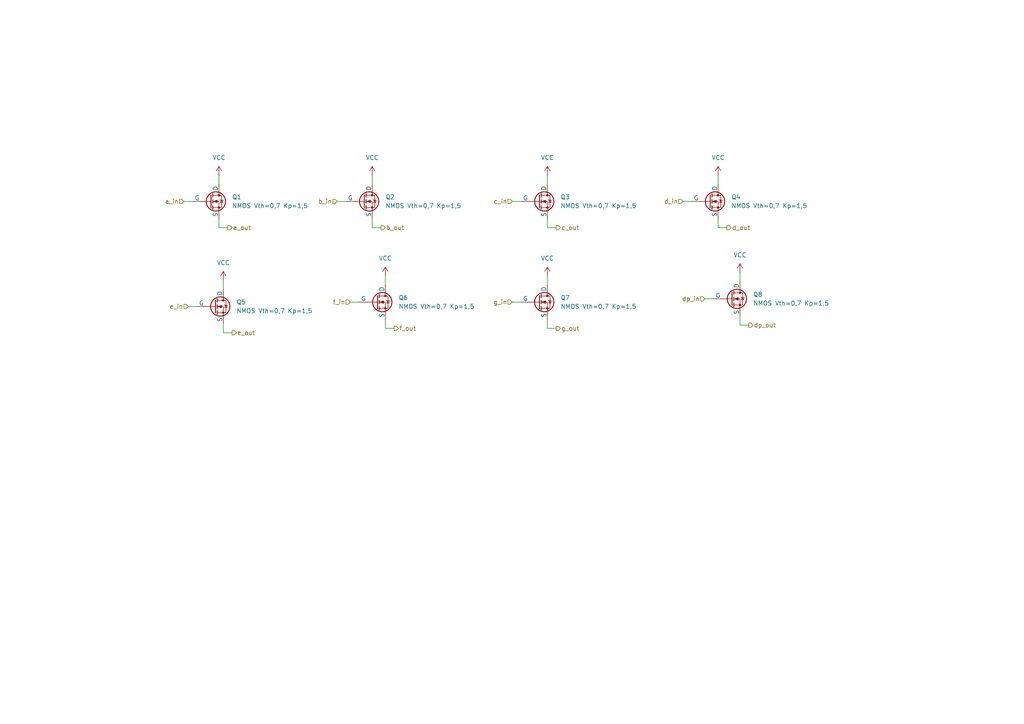
<source format=kicad_sch>
(kicad_sch (version 20250114) (generator "eeschema") (generator_version "9.0")
  (paper "A4")
  (lib_symbols
    (symbol "Simulation_SPICE:NMOS" (pin_numbers (hide yes)) (pin_names (offset 0))
      (property "Reference" "Q" (at 5.08 1.27 0))
      (property "Value" "NMOS" (at 5.08 -1.27 0))
      (symbol "NMOS_0_1"
        (polyline (pts (xy 0.254 1.905) (xy 0.254 -1.905)) (stroke (width 0.254)))
        (polyline (pts (xy 0.254 0) (xy -2.54 0)))
        (polyline (pts (xy 0.762 2.286) (xy 0.762 1.27)) (stroke (width 0.254)))
        (polyline (pts (xy 0.762 0.508) (xy 0.762 -0.508)) (stroke (width 0.254)))
        (polyline (pts (xy 0.762 -1.27) (xy 0.762 -2.286)) (stroke (width 0.254)))
        (polyline (pts (xy 0.762 -1.778) (xy 3.302 -1.778) (xy 3.302 1.778) (xy 0.762 1.778)))
        (polyline (pts (xy 1.016 0) (xy 2.032 0.381) (xy 2.032 -0.381) (xy 1.016 0)) (fill (type outline)))
        (circle (center 1.651 0) (radius 2.794) (stroke (width 0.254)))
        (polyline (pts (xy 2.54 2.54) (xy 2.54 1.778)))
        (circle (center 2.54 1.778) (radius 0.254) (fill (type outline)))
        (circle (center 2.54 -1.778) (radius 0.254) (fill (type outline)))
        (polyline (pts (xy 2.54 -2.54) (xy 2.54 0) (xy 0.762 0)))
        (polyline (pts (xy 2.794 0.508) (xy 2.921 0.381) (xy 3.683 0.381) (xy 3.81 0.254)))
        (polyline (pts (xy 3.302 0.381) (xy 2.921 -0.254) (xy 3.683 -0.254) (xy 3.302 0.381)))
      )
      (symbol "NMOS_1_1"
        (pin input line (at -5.08 0 0) (length 2.54) (name "G") (number "2"))
        (pin passive line (at 2.54 5.08 270) (length 2.54) (name "D") (number "1"))
        (pin passive line (at 2.54 -5.08 90) (length 2.54) (name "S") (number "3"))
      )
    )
    (symbol "power:VCC" (power) (pin_numbers (hide yes)) (pin_names (offset 0) (hide yes))
      (property "Value" "VCC" (at 0 3.556 0))
      (symbol "VCC_0_1"
        (polyline (pts (xy -0.762 1.27) (xy 0 2.54)))
        (polyline (pts (xy 0 2.54) (xy 0.762 1.27)))
        (polyline (pts (xy 0 0) (xy 0 2.54)))
      )
      (symbol "VCC_1_1"
        (pin power_in line (at 0 0 90) (length 0) (name "~") (number "1"))
      )
    )
  )
  (wire (pts (xy 158.75 66.04) (xy 161.29 66.04)))
  (wire (pts (xy 63.5 50.8) (xy 63.5 53.34)))
  (wire (pts (xy 53.34 58.42) (xy 55.88 58.42)))
  (wire (pts (xy 208.28 50.8) (xy 208.28 53.34)))
  (wire (pts (xy 204.462 86.6861) (xy 207.002 86.6861)))
  (wire (pts (xy 208.28 63.5) (xy 208.28 66.04)))
  (wire (pts (xy 54.61 88.9) (xy 57.15 88.9)))
  (wire (pts (xy 158.75 95.25) (xy 161.29 95.25)))
  (wire (pts (xy 148.59 58.42) (xy 151.13 58.42)))
  (wire (pts (xy 198.12 58.42) (xy 200.66 58.42)))
  (wire (pts (xy 214.622 79.0661) (xy 214.622 81.6061)))
  (wire (pts (xy 97.79 58.42) (xy 100.33 58.42)))
  (wire (pts (xy 101.6 87.63) (xy 104.14 87.63)))
  (wire (pts (xy 214.622 94.3061) (xy 217.162 94.3061)))
  (wire (pts (xy 214.622 91.7661) (xy 214.622 94.3061)))
  (wire (pts (xy 64.77 93.98) (xy 64.77 96.52)))
  (wire (pts (xy 111.76 95.25) (xy 114.3 95.25)))
  (wire (pts (xy 107.95 63.5) (xy 107.95 66.04)))
  (wire (pts (xy 64.77 81.28) (xy 64.77 83.82)))
  (wire (pts (xy 208.28 66.04) (xy 210.82 66.04)))
  (wire (pts (xy 107.95 66.04) (xy 110.49 66.04)))
  (wire (pts (xy 111.76 80.01) (xy 111.76 82.55)))
  (wire (pts (xy 158.75 50.8) (xy 158.75 53.34)))
  (wire (pts (xy 63.5 63.5) (xy 63.5 66.04)))
  (wire (pts (xy 158.75 92.71) (xy 158.75 95.25)))
  (wire (pts (xy 158.75 80.01) (xy 158.75 82.55)))
  (wire (pts (xy 111.76 92.71) (xy 111.76 95.25)))
  (wire (pts (xy 63.5 66.04) (xy 66.04 66.04)))
  (wire (pts (xy 148.59 87.63) (xy 151.13 87.63)))
  (wire (pts (xy 158.75 63.5) (xy 158.75 66.04)))
  (wire (pts (xy 64.77 96.52) (xy 67.31 96.52)))
  (wire (pts (xy 107.95 50.8) (xy 107.95 53.34)))
  (hierarchical_label "f_in" (shape input) (at 101.6 87.63 180))
  (hierarchical_label "e_out" (shape output) (at 67.31 96.52 0))
  (hierarchical_label "dp_out" (shape output) (at 217.162 94.3061 0))
  (hierarchical_label "f_out" (shape output) (at 114.3 95.25 0))
  (hierarchical_label "c_out" (shape output) (at 161.29 66.04 0))
  (hierarchical_label "e_in" (shape input) (at 54.61 88.9 180))
  (hierarchical_label "b_in" (shape input) (at 97.79 58.42 180))
  (hierarchical_label "d_in" (shape input) (at 198.12 58.42 180))
  (hierarchical_label "g_out" (shape output) (at 161.29 95.25 0))
  (hierarchical_label "a_in" (shape input) (at 53.34 58.42 180))
  (hierarchical_label "d_out" (shape output) (at 210.82 66.04 0))
  (hierarchical_label "a_out" (shape output) (at 66.04 66.04 0))
  (hierarchical_label "b_out" (shape output) (at 110.49 66.04 0))
  (hierarchical_label "c_in" (shape input) (at 148.59 58.42 180))
  (hierarchical_label "dp_in" (shape input) (at 204.462 86.6861 180))
  (hierarchical_label "g_in" (shape input) (at 148.59 87.63 180))
  (symbol (lib_id "power:VCC") (at 64.77 81.28 0) (unit 1)
    (property "Reference" "#PWR015" (effects (hide yes)))
    (property "Value" "VCC" (at 64.77 76.2 0))
    (property "Description" "Power symbol creates a global label with name \"VCC\"" (effects (hide yes)))
  )
  (symbol (lib_id "Simulation_SPICE:NMOS") (at 205.74 58.42 0) (unit 1)
    (property "Reference" "Q4" (at 212.09 57.1499 0) (effects (justify left)))
    (property "Value" "NMOS Vth=0,7 Kp=1,5" (at 212.09 59.69 0) (effects (justify left)))
    (property "Datasheet" "https://fscdn.rohm.com/en/products/databook/datasheet/discrete/transistor/mosfet/re1c002untcl-e.pdf" (effects (hide yes)))
    (property "Description" "N-Channel 20 V 200mA (Ta) 150mW (Ta) Surface Mount EMT3F (SOT-416FL)" (effects (hide yes)))
    (property "Sim.Device" "NMOS" (effects (hide yes)))
    (property "Sim.Type" "VDMOS" (effects (hide yes)))
    (property "Sim.Pins" "1=D 2=G 3=S" (effects (hide yes)))
    (property "Digikey" "https://www.digikey.com/en/products/detail/rohm-semiconductor/RE1C002UNTCL/5042785" (effects (hide yes)))
    (property "Digikey P/N" "RE1C002UNTCLCT-ND" (effects (hide yes)))
    (property "Mfr." "Rohm Semiconductor" (effects (hide yes)))
    (property "Mfr. P/N" "RE1C002UNTCL" (effects (hide yes)))
  )
  (symbol (lib_id "Simulation_SPICE:NMOS") (at 156.21 87.63 0) (unit 1)
    (property "Reference" "Q7" (at 162.56 86.3599 0) (effects (justify left)))
    (property "Value" "NMOS Vth=0,7 Kp=1,5" (at 162.56 88.9 0) (effects (justify left)))
    (property "Datasheet" "https://fscdn.rohm.com/en/products/databook/datasheet/discrete/transistor/mosfet/re1c002untcl-e.pdf" (effects (hide yes)))
    (property "Description" "N-Channel 20 V 200mA (Ta) 150mW (Ta) Surface Mount EMT3F (SOT-416FL)" (effects (hide yes)))
    (property "Sim.Device" "NMOS" (effects (hide yes)))
    (property "Sim.Type" "VDMOS" (effects (hide yes)))
    (property "Sim.Pins" "1=D 2=G 3=S" (effects (hide yes)))
    (property "Digikey" "https://www.digikey.com/en/products/detail/rohm-semiconductor/RE1C002UNTCL/5042785" (effects (hide yes)))
    (property "Digikey P/N" "RE1C002UNTCLCT-ND" (effects (hide yes)))
    (property "Mfr." "Rohm Semiconductor" (effects (hide yes)))
    (property "Mfr. P/N" "RE1C002UNTCL" (effects (hide yes)))
  )
  (symbol (lib_id "Simulation_SPICE:NMOS") (at 60.96 58.42 0) (unit 1)
    (property "Reference" "Q1" (at 67.31 57.1499 0) (effects (justify left)))
    (property "Value" "NMOS Vth=0,7 Kp=1,5" (at 67.31 59.69 0) (effects (justify left)))
    (property "Datasheet" "https://fscdn.rohm.com/en/products/databook/datasheet/discrete/transistor/mosfet/re1c002untcl-e.pdf" (effects (hide yes)))
    (property "Description" "N-Channel 20 V 200mA (Ta) 150mW (Ta) Surface Mount EMT3F (SOT-416FL)" (effects (hide yes)))
    (property "Sim.Device" "NMOS" (effects (hide yes)))
    (property "Sim.Type" "VDMOS" (effects (hide yes)))
    (property "Sim.Pins" "1=D 2=G 3=S" (effects (hide yes)))
    (property "Digikey" "https://www.digikey.com/en/products/detail/rohm-semiconductor/RE1C002UNTCL/5042785" (effects (hide yes)))
    (property "Digikey P/N" "RE1C002UNTCLCT-ND" (effects (hide yes)))
    (property "Mfr." "Rohm Semiconductor" (effects (hide yes)))
    (property "Mfr. P/N" "RE1C002UNTCL" (effects (hide yes)))
  )
  (symbol (lib_id "power:VCC") (at 208.28 50.8 0) (unit 1)
    (property "Reference" "#PWR014" (effects (hide yes)))
    (property "Value" "VCC" (at 208.28 45.72 0))
    (property "Description" "Power symbol creates a global label with name \"VCC\"" (effects (hide yes)))
  )
  (symbol (lib_id "power:VCC") (at 107.95 50.8 0) (unit 1)
    (property "Reference" "#PWR012" (effects (hide yes)))
    (property "Value" "VCC" (at 107.95 45.72 0))
    (property "Description" "Power symbol creates a global label with name \"VCC\"" (effects (hide yes)))
  )
  (symbol (lib_id "power:VCC") (at 111.76 80.01 0) (unit 1)
    (property "Reference" "#PWR016" (effects (hide yes)))
    (property "Value" "VCC" (at 111.76 74.93 0))
    (property "Description" "Power symbol creates a global label with name \"VCC\"" (effects (hide yes)))
  )
  (symbol (lib_id "power:VCC") (at 158.75 80.01 0) (unit 1)
    (property "Reference" "#PWR017" (effects (hide yes)))
    (property "Value" "VCC" (at 158.75 74.93 0))
    (property "Description" "Power symbol creates a global label with name \"VCC\"" (effects (hide yes)))
  )
  (symbol (lib_id "Simulation_SPICE:NMOS") (at 105.41 58.42 0) (unit 1)
    (property "Reference" "Q2" (at 111.76 57.1499 0) (effects (justify left)))
    (property "Value" "NMOS Vth=0,7 Kp=1,5" (at 111.76 59.69 0) (effects (justify left)))
    (property "Datasheet" "https://fscdn.rohm.com/en/products/databook/datasheet/discrete/transistor/mosfet/re1c002untcl-e.pdf" (effects (hide yes)))
    (property "Description" "N-Channel 20 V 200mA (Ta) 150mW (Ta) Surface Mount EMT3F (SOT-416FL)" (effects (hide yes)))
    (property "Sim.Device" "NMOS" (effects (hide yes)))
    (property "Sim.Type" "VDMOS" (effects (hide yes)))
    (property "Sim.Pins" "1=D 2=G 3=S" (effects (hide yes)))
    (property "Digikey" "https://www.digikey.com/en/products/detail/rohm-semiconductor/RE1C002UNTCL/5042785" (effects (hide yes)))
    (property "Digikey P/N" "RE1C002UNTCLCT-ND" (effects (hide yes)))
    (property "Mfr." "Rohm Semiconductor" (effects (hide yes)))
    (property "Mfr. P/N" "RE1C002UNTCL" (effects (hide yes)))
  )
  (symbol (lib_id "Simulation_SPICE:NMOS") (at 156.21 58.42 0) (unit 1)
    (property "Reference" "Q3" (at 162.56 57.1499 0) (effects (justify left)))
    (property "Value" "NMOS Vth=0,7 Kp=1,5" (at 162.56 59.69 0) (effects (justify left)))
    (property "Datasheet" "https://fscdn.rohm.com/en/products/databook/datasheet/discrete/transistor/mosfet/re1c002untcl-e.pdf" (effects (hide yes)))
    (property "Description" "N-Channel 20 V 200mA (Ta) 150mW (Ta) Surface Mount EMT3F (SOT-416FL)" (effects (hide yes)))
    (property "Sim.Device" "NMOS" (effects (hide yes)))
    (property "Sim.Type" "VDMOS" (effects (hide yes)))
    (property "Sim.Pins" "1=D 2=G 3=S" (effects (hide yes)))
    (property "Digikey" "https://www.digikey.com/en/products/detail/rohm-semiconductor/RE1C002UNTCL/5042785" (effects (hide yes)))
    (property "Digikey P/N" "RE1C002UNTCLCT-ND" (effects (hide yes)))
    (property "Mfr." "Rohm Semiconductor" (effects (hide yes)))
    (property "Mfr. P/N" "RE1C002UNTCL" (effects (hide yes)))
  )
  (symbol (lib_id "Simulation_SPICE:NMOS") (at 109.22 87.63 0) (unit 1)
    (property "Reference" "Q6" (at 115.57 86.3599 0) (effects (justify left)))
    (property "Value" "NMOS Vth=0,7 Kp=1,5" (at 115.57 88.9 0) (effects (justify left)))
    (property "Datasheet" "https://fscdn.rohm.com/en/products/databook/datasheet/discrete/transistor/mosfet/re1c002untcl-e.pdf" (effects (hide yes)))
    (property "Description" "N-Channel 20 V 200mA (Ta) 150mW (Ta) Surface Mount EMT3F (SOT-416FL)" (effects (hide yes)))
    (property "Sim.Device" "NMOS" (effects (hide yes)))
    (property "Sim.Type" "VDMOS" (effects (hide yes)))
    (property "Sim.Pins" "1=D 2=G 3=S" (effects (hide yes)))
    (property "Digikey" "https://www.digikey.com/en/products/detail/rohm-semiconductor/RE1C002UNTCL/5042785" (effects (hide yes)))
    (property "Digikey P/N" "RE1C002UNTCLCT-ND" (effects (hide yes)))
    (property "Mfr." "Rohm Semiconductor" (effects (hide yes)))
    (property "Mfr. P/N" "RE1C002UNTCL" (effects (hide yes)))
  )
  (symbol (lib_id "power:VCC") (at 63.5 50.8 0) (unit 1)
    (property "Reference" "#PWR011" (effects (hide yes)))
    (property "Value" "VCC" (at 63.5 45.72 0))
    (property "Description" "Power symbol creates a global label with name \"VCC\"" (effects (hide yes)))
  )
  (symbol (lib_id "Simulation_SPICE:NMOS") (at 212.082 86.6861 0) (unit 1)
    (property "Reference" "Q8" (at 218.432 85.416 0) (effects (justify left)))
    (property "Value" "NMOS Vth=0,7 Kp=1,5" (at 218.432 87.9561 0) (effects (justify left)))
    (property "Datasheet" "https://fscdn.rohm.com/en/products/databook/datasheet/discrete/transistor/mosfet/re1c002untcl-e.pdf" (effects (hide yes)))
    (property "Description" "N-Channel 20 V 200mA (Ta) 150mW (Ta) Surface Mount EMT3F (SOT-416FL)" (effects (hide yes)))
    (property "Sim.Device" "NMOS" (effects (hide yes)))
    (property "Sim.Type" "VDMOS" (effects (hide yes)))
    (property "Sim.Pins" "1=D 2=G 3=S" (effects (hide yes)))
    (property "Digikey" "https://www.digikey.com/en/products/detail/rohm-semiconductor/RE1C002UNTCL/5042785" (effects (hide yes)))
    (property "Digikey P/N" "RE1C002UNTCLCT-ND" (effects (hide yes)))
    (property "Mfr." "Rohm Semiconductor" (effects (hide yes)))
    (property "Mfr. P/N" "RE1C002UNTCL" (effects (hide yes)))
  )
  (symbol (lib_id "power:VCC") (at 214.622 79.0661 0) (unit 1)
    (property "Reference" "#PWR018" (effects (hide yes)))
    (property "Value" "VCC" (at 214.622 73.9861 0))
    (property "Description" "Power symbol creates a global label with name \"VCC\"" (effects (hide yes)))
  )
  (symbol (lib_id "Simulation_SPICE:NMOS") (at 62.23 88.9 0) (unit 1)
    (property "Reference" "Q5" (at 68.58 87.6299 0) (effects (justify left)))
    (property "Value" "NMOS Vth=0,7 Kp=1,5" (at 68.58 90.17 0) (effects (justify left)))
    (property "Datasheet" "https://fscdn.rohm.com/en/products/databook/datasheet/discrete/transistor/mosfet/re1c002untcl-e.pdf" (effects (hide yes)))
    (property "Description" "N-Channel 20 V 200mA (Ta) 150mW (Ta) Surface Mount EMT3F (SOT-416FL)" (effects (hide yes)))
    (property "Sim.Device" "NMOS" (effects (hide yes)))
    (property "Sim.Type" "VDMOS" (effects (hide yes)))
    (property "Sim.Pins" "1=D 2=G 3=S" (effects (hide yes)))
    (property "Digikey" "https://www.digikey.com/en/products/detail/rohm-semiconductor/RE1C002UNTCL/5042785" (effects (hide yes)))
    (property "Digikey P/N" "RE1C002UNTCLCT-ND" (effects (hide yes)))
    (property "Mfr." "Rohm Semiconductor" (effects (hide yes)))
    (property "Mfr. P/N" "RE1C002UNTCL" (effects (hide yes)))
  )
  (symbol (lib_id "power:VCC") (at 158.75 50.8 0) (unit 1)
    (property "Reference" "#PWR013" (effects (hide yes)))
    (property "Value" "VCC" (at 158.75 45.72 0))
    (property "Description" "Power symbol creates a global label with name \"VCC\"" (effects (hide yes)))
  )
)
</source>
